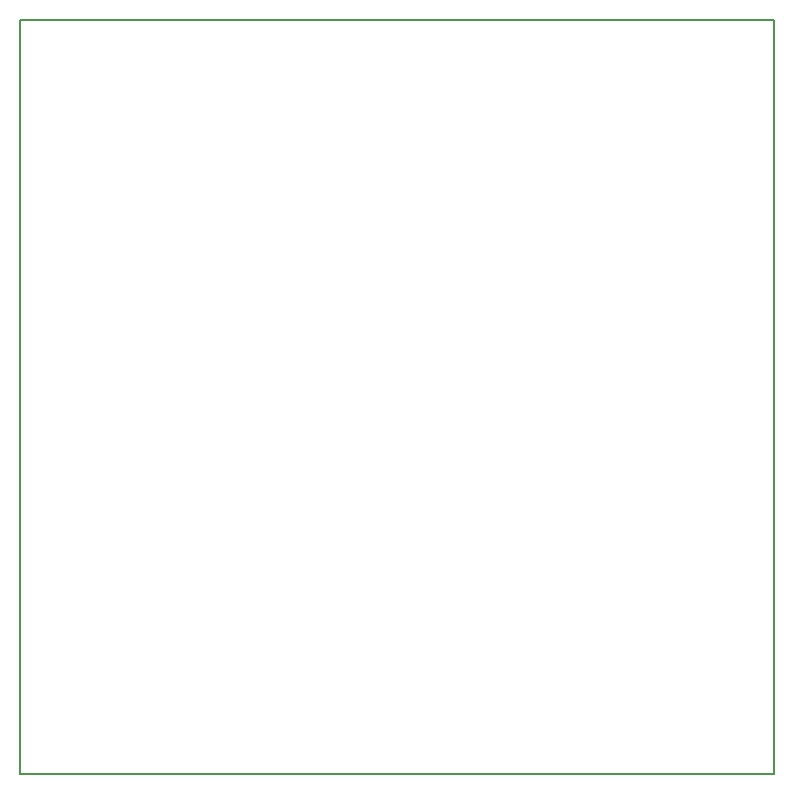
<source format=gbo>
G04 MADE WITH FRITZING*
G04 WWW.FRITZING.ORG*
G04 DOUBLE SIDED*
G04 HOLES PLATED*
G04 CONTOUR ON CENTER OF CONTOUR VECTOR*
%ASAXBY*%
%FSLAX23Y23*%
%MOIN*%
%OFA0B0*%
%SFA1.0B1.0*%
%ADD10R,2.519690X2.519690X2.503690X2.503690*%
%ADD11C,0.008000*%
%LNSILK0*%
G90*
G70*
G54D11*
X4Y2516D02*
X2516Y2516D01*
X2516Y4D01*
X4Y4D01*
X4Y2516D01*
D02*
G04 End of Silk0*
M02*
</source>
